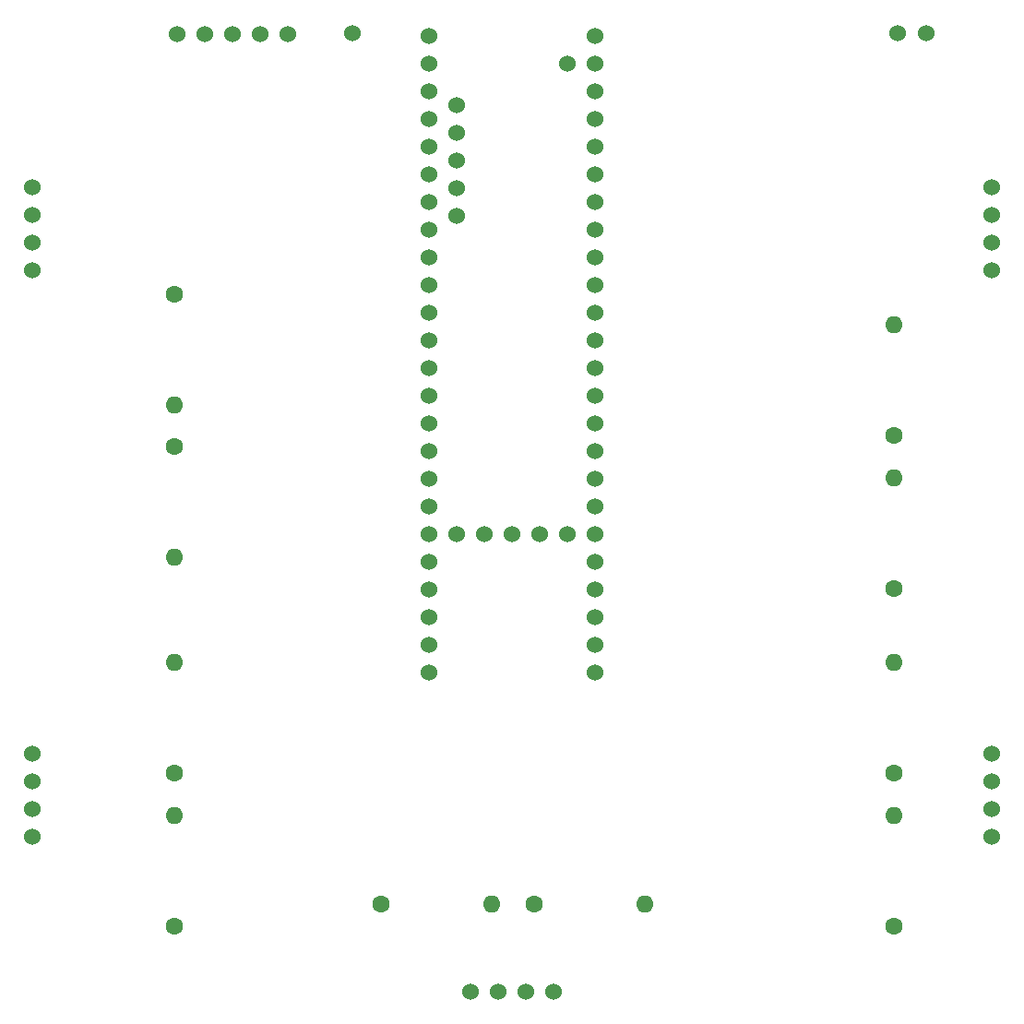
<source format=gbr>
%TF.GenerationSoftware,KiCad,Pcbnew,(5.1.10)-1*%
%TF.CreationDate,2021-11-04T17:31:58-05:00*%
%TF.ProjectId,gpsv1.1,67707376-312e-4312-9e6b-696361645f70,rev?*%
%TF.SameCoordinates,Original*%
%TF.FileFunction,Soldermask,Bot*%
%TF.FilePolarity,Negative*%
%FSLAX46Y46*%
G04 Gerber Fmt 4.6, Leading zero omitted, Abs format (unit mm)*
G04 Created by KiCad (PCBNEW (5.1.10)-1) date 2021-11-04 17:31:58*
%MOMM*%
%LPD*%
G01*
G04 APERTURE LIST*
%ADD10C,1.524000*%
%ADD11C,1.600000*%
%ADD12O,1.600000X1.600000*%
G04 APERTURE END LIST*
D10*
%TO.C,J3*%
X128005000Y-56032000D03*
%TD*%
%TO.C,J2*%
X125365000Y-56032000D03*
%TD*%
%TO.C,J1*%
X75365000Y-56032000D03*
%TD*%
%TO.C,TOF5*%
X86190000Y-144000000D03*
X88730000Y-144000000D03*
X91270000Y-144000000D03*
X93810000Y-144000000D03*
%TD*%
%TO.C,TOF4*%
X134000000Y-129810000D03*
X134000000Y-127270000D03*
X134000000Y-124730000D03*
X134000000Y-122190000D03*
%TD*%
%TO.C,TOF3*%
X134000000Y-77810000D03*
X134000000Y-75270000D03*
X134000000Y-72730000D03*
X134000000Y-70190000D03*
%TD*%
%TO.C,TOF2*%
X46000000Y-70190000D03*
X46000000Y-72730000D03*
X46000000Y-75270000D03*
X46000000Y-77810000D03*
%TD*%
%TO.C,TOF1*%
X46000000Y-122190000D03*
X46000000Y-124730000D03*
X46000000Y-127270000D03*
X46000000Y-129810000D03*
%TD*%
%TO.C,Teensy1*%
X95080000Y-58840000D03*
X84920000Y-72810000D03*
X84920000Y-70270000D03*
X84920000Y-67730000D03*
X84920000Y-65190000D03*
X84920000Y-62650000D03*
X95080000Y-102020000D03*
X92540000Y-102020000D03*
X90000000Y-102020000D03*
X87460000Y-102020000D03*
X84920000Y-102020000D03*
X97620000Y-91860000D03*
X82380000Y-91860000D03*
X97620000Y-56300000D03*
X97620000Y-58840000D03*
X97620000Y-61380000D03*
X82380000Y-56300000D03*
X82380000Y-58840000D03*
X97620000Y-94400000D03*
X97620000Y-96940000D03*
X97620000Y-99480000D03*
X97620000Y-102020000D03*
X97620000Y-104560000D03*
X97620000Y-107100000D03*
X97620000Y-109640000D03*
X97620000Y-112180000D03*
X97620000Y-114720000D03*
X82380000Y-114720000D03*
X82380000Y-112180000D03*
X82380000Y-109640000D03*
X82380000Y-107100000D03*
X82380000Y-104560000D03*
X82380000Y-102020000D03*
X82380000Y-99480000D03*
X82380000Y-96940000D03*
X82380000Y-94400000D03*
X97620000Y-63920000D03*
X97620000Y-66460000D03*
X97620000Y-69000000D03*
X97620000Y-71540000D03*
X97620000Y-74080000D03*
X97620000Y-76620000D03*
X97620000Y-79160000D03*
X97620000Y-81700000D03*
X97620000Y-84240000D03*
X97620000Y-86780000D03*
X97620000Y-89320000D03*
X82380000Y-89320000D03*
X82380000Y-86780000D03*
X82380000Y-84240000D03*
X82380000Y-81700000D03*
X82380000Y-79160000D03*
X82380000Y-76620000D03*
X82380000Y-74080000D03*
X82380000Y-71540000D03*
X82380000Y-69000000D03*
X82380000Y-66460000D03*
X82380000Y-63920000D03*
X82380000Y-61380000D03*
%TD*%
D11*
%TO.C,R9*%
X92000000Y-136000000D03*
D12*
X102160000Y-136000000D03*
%TD*%
D11*
%TO.C,R6*%
X125000000Y-124000000D03*
D12*
X125000000Y-113840000D03*
%TD*%
D11*
%TO.C,R10*%
X78000000Y-136000000D03*
D12*
X88160000Y-136000000D03*
%TD*%
D11*
%TO.C,R5*%
X125000000Y-93000000D03*
D12*
X125000000Y-82840000D03*
%TD*%
D11*
%TO.C,R8*%
X125000000Y-138000000D03*
D12*
X125000000Y-127840000D03*
%TD*%
D11*
%TO.C,R7*%
X125000000Y-107000000D03*
D12*
X125000000Y-96840000D03*
%TD*%
D11*
%TO.C,R4*%
X59000000Y-94000000D03*
D12*
X59000000Y-104160000D03*
%TD*%
D11*
%TO.C,R3*%
X59000000Y-124000000D03*
D12*
X59000000Y-113840000D03*
%TD*%
D11*
%TO.C,R2*%
X59000000Y-80000000D03*
D12*
X59000000Y-90160000D03*
%TD*%
D11*
%TO.C,R1*%
X59000000Y-138000000D03*
D12*
X59000000Y-127840000D03*
%TD*%
D10*
%TO.C,MAG1*%
X59285000Y-56190000D03*
X61825000Y-56190000D03*
X64365000Y-56190000D03*
X66905000Y-56190000D03*
X69445000Y-56190000D03*
%TD*%
M02*

</source>
